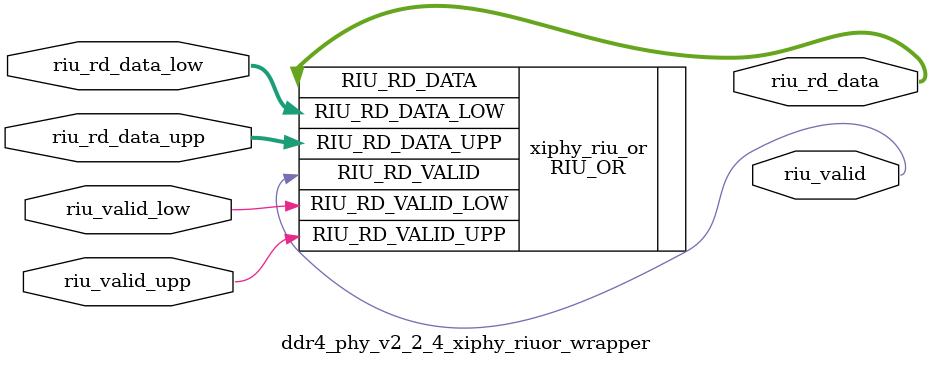
<source format=sv>

`timescale 1ps / 1ps

module ddr4_phy_v2_2_4_xiphy_riuor_wrapper # (
   parameter           SIM_DEVICE            = "ULTRASCALE"
) (
  input  [15:0]  riu_rd_data_low,    // Lower nibble RIU rd_data 
  input  [15:0]  riu_rd_data_upp,    // Upper nibble RIU rd_data 
  input          riu_valid_low,      // Lower nibble RIU riu2clb_valid 
  input          riu_valid_upp,      // Upper nibble RIU riu2clb_valid
  output [15:0]  riu_rd_data,        // ORed lower and upper RIU rd_data      
  output         riu_valid           // ORed lower and upper RIU write valid      
);

`ifdef ULTRASCALE_PHY_BLH
B_RIU_OR
`else
RIU_OR  # (
   .SIM_DEVICE   (SIM_DEVICE)
) 
`endif
  xiphy_riu_or
(
   .RIU_RD_DATA_LOW         (riu_rd_data_low),
   .RIU_RD_DATA_UPP         (riu_rd_data_upp),
   .RIU_RD_VALID_LOW        (riu_valid_low),
   .RIU_RD_VALID_UPP        (riu_valid_upp),
   .RIU_RD_DATA             (riu_rd_data),
   .RIU_RD_VALID            (riu_valid)
);

endmodule


</source>
